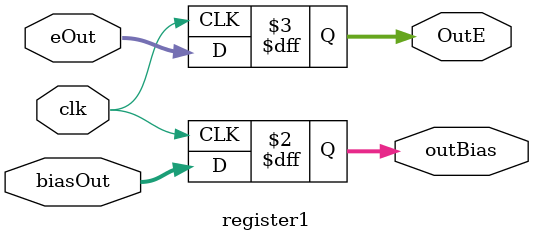
<source format=v>
module register1(
input clk,
input wire [7:0] biasOut,eOut,
output reg [7:0] outBias,OutE
);
always @(posedge clk)
	begin
	outBias <= biasOut;
	OutE <= eOut;
	end

endmodule

</source>
